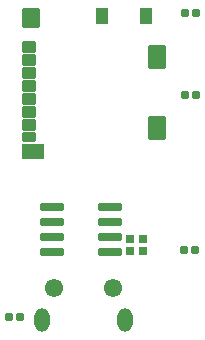
<source format=gbs>
%TF.GenerationSoftware,KiCad,Pcbnew,6.0.6*%
%TF.CreationDate,2022-08-23T18:22:02-07:00*%
%TF.ProjectId,SDWire,53445769-7265-42e6-9b69-6361645f7063,1.4 r1*%
%TF.SameCoordinates,Original*%
%TF.FileFunction,Soldermask,Bot*%
%TF.FilePolarity,Negative*%
%FSLAX46Y46*%
G04 Gerber Fmt 4.6, Leading zero omitted, Abs format (unit mm)*
G04 Created by KiCad (PCBNEW 6.0.6) date 2022-08-23 18:22:02*
%MOMM*%
%LPD*%
G01*
G04 APERTURE LIST*
G04 Aperture macros list*
%AMRoundRect*
0 Rectangle with rounded corners*
0 $1 Rounding radius*
0 $2 $3 $4 $5 $6 $7 $8 $9 X,Y pos of 4 corners*
0 Add a 4 corners polygon primitive as box body*
4,1,4,$2,$3,$4,$5,$6,$7,$8,$9,$2,$3,0*
0 Add four circle primitives for the rounded corners*
1,1,$1+$1,$2,$3*
1,1,$1+$1,$4,$5*
1,1,$1+$1,$6,$7*
1,1,$1+$1,$8,$9*
0 Add four rect primitives between the rounded corners*
20,1,$1+$1,$2,$3,$4,$5,0*
20,1,$1+$1,$4,$5,$6,$7,0*
20,1,$1+$1,$6,$7,$8,$9,0*
20,1,$1+$1,$8,$9,$2,$3,0*%
G04 Aperture macros list end*
%ADD10C,1.550000*%
%ADD11O,1.300000X2.000000*%
%ADD12RoundRect,0.050000X-0.550000X0.425000X-0.550000X-0.425000X0.550000X-0.425000X0.550000X0.425000X0*%
%ADD13RoundRect,0.050000X-0.550000X0.375000X-0.550000X-0.375000X0.550000X-0.375000X0.550000X0.375000X0*%
%ADD14RoundRect,0.050000X-0.500000X0.600000X-0.500000X-0.600000X0.500000X-0.600000X0.500000X0.600000X0*%
%ADD15RoundRect,0.050000X-0.900000X0.585000X-0.900000X-0.585000X0.900000X-0.585000X0.900000X0.585000X0*%
%ADD16RoundRect,0.050000X-0.675000X0.775000X-0.675000X-0.775000X0.675000X-0.775000X0.675000X0.775000X0*%
%ADD17RoundRect,0.050000X-0.675000X0.950000X-0.675000X-0.950000X0.675000X-0.950000X0.675000X0.950000X0*%
%ADD18RoundRect,0.197500X-0.147500X-0.172500X0.147500X-0.172500X0.147500X0.172500X-0.147500X0.172500X0*%
%ADD19RoundRect,0.197500X0.147500X0.172500X-0.147500X0.172500X-0.147500X-0.172500X0.147500X-0.172500X0*%
%ADD20RoundRect,0.197500X0.172500X-0.147500X0.172500X0.147500X-0.172500X0.147500X-0.172500X-0.147500X0*%
%ADD21RoundRect,0.200000X-0.825000X-0.150000X0.825000X-0.150000X0.825000X0.150000X-0.825000X0.150000X0*%
G04 APERTURE END LIST*
D10*
X144700000Y-128941100D03*
X149700000Y-128941100D03*
D11*
X150700000Y-131641100D03*
X143700000Y-131641100D03*
D12*
X142632000Y-108528000D03*
X142632000Y-109628000D03*
X142632000Y-110728000D03*
X142632000Y-111828000D03*
X142632000Y-112928000D03*
X142632000Y-114028000D03*
X142632000Y-115128000D03*
D13*
X142632000Y-116178000D03*
D14*
X148782000Y-105893000D03*
X152482000Y-105893000D03*
D15*
X142982000Y-117388000D03*
D16*
X142757000Y-106068000D03*
D17*
X153457000Y-115363000D03*
X153457000Y-109393000D03*
D18*
X140915000Y-131400000D03*
X141885000Y-131400000D03*
D19*
X156785000Y-112600000D03*
X155815000Y-112600000D03*
X156785000Y-105600000D03*
X155815000Y-105600000D03*
D18*
X155715000Y-125679200D03*
X156685000Y-125679200D03*
D20*
X151200000Y-125785000D03*
X151200000Y-124815000D03*
D21*
X144525000Y-125905000D03*
X144525000Y-124635000D03*
X144525000Y-123365000D03*
X144525000Y-122095000D03*
X149475000Y-122095000D03*
X149475000Y-123365000D03*
X149475000Y-124635000D03*
X149475000Y-125905000D03*
D20*
X152300000Y-125770000D03*
X152300000Y-124800000D03*
M02*

</source>
